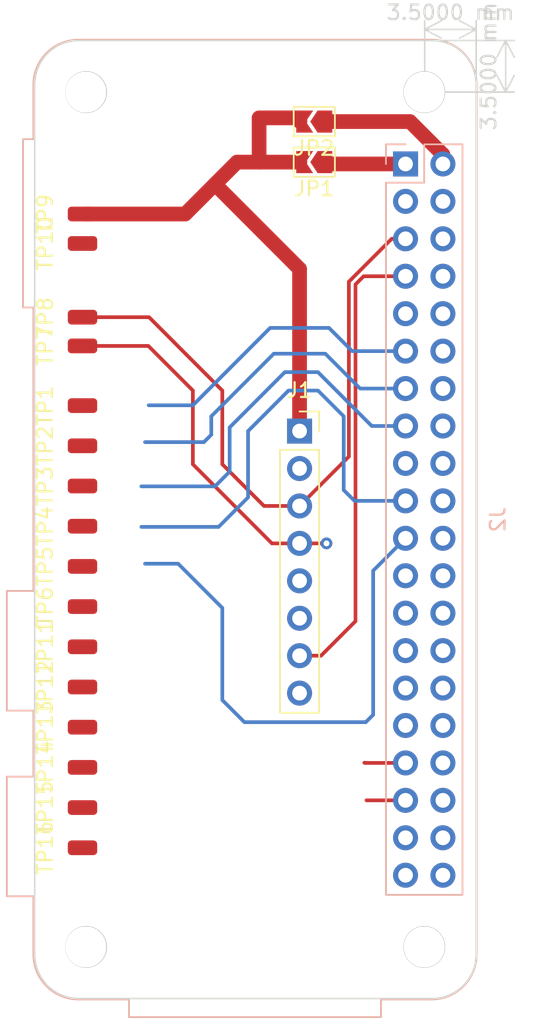
<source format=kicad_pcb>
(kicad_pcb (version 20211014) (generator pcbnew)
  (layers (0 "F.Cu" signal) (31 "B.Cu" signal) (34 "B.Paste" user) (35 "F.Paste" user) (36 "B.SilkS" user "B.Silkscreen") (37 "F.SilkS" user "F.Silkscreen") (38 "B.Mask" user) (39 "F.Mask" user) (44 "Edge.Cuts" user))
  (net 0 "")
  (net 1 "VCC")
  (net 2 "GND")
  (net 3 "/SCL")
  (net 4 "/SDA")
  (net 7 "/ACT_0")
  (net 8 "/INT_0")
  (net 9 "Net-(J2-Pad1)")
  (net 10 "Net-(J2-Pad2)")
  (net 14 "/ACT_2")
  (net 15 "/ACT_3")
  (net 18 "/ACT_4")
  (net 19 "/ACT_5")
  (net 21 "/ACT_6")
  (net 24 "/ACT_7")
  (net 26 "/ACT_8")
  (net 27 "/ACT_9")
  (net 29 "/ACT_10")
  (net 30 "/ACT_11")
  (net 32 "/ACT_12")
  (net 35 "/ACT_1")
  (footprint "Connector_Wire:SolderWirePad_1x01_SMD_1x2mm" (layer "F.Cu") (at 125.25 73.909088 90)
    (fp_text reference "TP6" (at 0 -2.54 90) (layer "F.SilkS"))
    (fp_text value "TestPoint")
    (pad "1" smd roundrect (at 0 0 90) (size 1 2) (layers "F.Cu" "F.Paste" "F.Mask") (net 21 "/ACT_6"))
  )
  (footprint "Connector_Wire:SolderWirePad_1x01_SMD_1x2mm" (layer "F.Cu") (at 125.25 90.272728 90)
    (fp_text reference "TP16" (at 0 -2.54 90) (layer "F.SilkS"))
    (fp_text value "TestPoint")
    (pad "1" smd roundrect (at 0 0 90) (size 1 2) (layers "F.Cu" "F.Paste" "F.Mask") (net 32 "/ACT_12"))
  )
  (footprint "Connector_Wire:SolderWirePad_1x01_SMD_1x2mm" (layer "F.Cu") (at 125.25 87.545448 90)
    (fp_text reference "TP15" (at 0 -2.54 90) (layer "F.SilkS"))
    (fp_text value "TestPoint")
    (pad "1" smd roundrect (at 0 0 90) (size 1 2) (layers "F.Cu" "F.Paste" "F.Mask") (net 30 "/ACT_11"))
  )
  (footprint "Connector_PinSocket_2.54mm:PinSocket_1x08_P2.54mm_Vertical" (layer "F.Cu") (at 140 62)
    (fp_text reference "J1" (at 0 -2.77) (layer "F.SilkS"))
    (fp_text value "Conn_01x08_Male")
    (fp_line (start 1.33 1.27) (end 1.33 19.11) (layer "F.SilkS") (width 0.12))
    (fp_line (start -1.33 19.11) (end 1.33 19.11) (layer "F.SilkS") (width 0.12))
    (fp_line (start -1.33 1.27) (end 1.33 1.27) (layer "F.SilkS") (width 0.12))
    (fp_line (start -1.33 1.27) (end -1.33 19.11) (layer "F.SilkS") (width 0.12))
    (fp_line (start 0 -1.33) (end 1.33 -1.33) (layer "F.SilkS") (width 0.12))
    (fp_line (start 1.33 -1.33) (end 1.33 0) (layer "F.SilkS") (width 0.12))
    (pad "1" thru_hole rect (at 0 0) (size 1.7 1.7) (drill 1) (layers *.Cu *.Mask) (net 1 "VCC"))
    (pad "2" thru_hole oval (at 0 2.54) (size 1.7 1.7) (drill 1) (layers *.Cu *.Mask) (net 2 "GND"))
    (pad "3" thru_hole oval (at 0 5.08) (size 1.7 1.7) (drill 1) (layers *.Cu *.Mask) (net 3 "/SCL"))
    (pad "4" thru_hole oval (at 0 7.62) (size 1.7 1.7) (drill 1) (layers *.Cu *.Mask) (net 4 "/SDA"))
    (pad "5" thru_hole oval (at 0 10.16) (size 1.7 1.7) (drill 1) (layers *.Cu *.Mask))
    (pad "6" thru_hole oval (at 0 12.7) (size 1.7 1.7) (drill 1) (layers *.Cu *.Mask))
    (pad "7" thru_hole oval (at 0 15.24) (size 1.7 1.7) (drill 1) (layers *.Cu *.Mask) (net 7 "/ACT_0"))
    (pad "8" thru_hole oval (at 0 17.78) (size 1.7 1.7) (drill 1) (layers *.Cu *.Mask) (net 8 "/INT_0"))
  )
  (footprint "Connector_Wire:SolderWirePad_1x01_SMD_1x2mm" (layer "F.Cu") (at 125.25 56.222728 90)
    (fp_text reference "TP7" (at 0 -2.54 90) (layer "F.SilkS"))
    (fp_text value "TestPoint")
    (pad "1" smd roundrect (at 0 0 90) (size 1 2) (layers "F.Cu" "F.Paste" "F.Mask") (net 4 "/SDA"))
  )
  (footprint "Connector_Wire:SolderWirePad_1x01_SMD_1x2mm" (layer "F.Cu") (at 125.25 60.272728 90)
    (fp_text reference "TP1" (at 0 -2.54 90) (layer "F.SilkS"))
    (fp_text value "TestPoint")
    (pad "1" smd roundrect (at 0 0 90) (size 1 2) (layers "F.Cu" "F.Paste" "F.Mask") (net 35 "/ACT_1"))
  )
  (footprint "Jumper:SolderJumper-2_P1.3mm_Open_TrianglePad1.0x1.5mm" (layer "F.Cu") (at 141 41 180)
    (fp_text reference "JP2" (at 0 -1.8) (layer "F.SilkS"))
    (fp_text value "SolderJumper_2_Open")
    (fp_line (start 1.4 1) (end -1.4 1) (layer "F.SilkS") (width 0.12))
    (fp_line (start -1.4 1) (end -1.4 -1) (layer "F.SilkS") (width 0.12))
    (fp_line (start -1.4 -1) (end 1.4 -1) (layer "F.SilkS") (width 0.12))
    (fp_line (start 1.4 -1) (end 1.4 1) (layer "F.SilkS") (width 0.12))
    (pad "1" smd custom (at -0.725 0 180) (size 0.3 0.3) (layers "F.Cu" "F.Mask") (net 10 "Net-(J2-Pad2)") (options (clearance outline) (anchor rect)) (primitives (gr_poly (pts (xy 1 0) (xy 0.5 0.75) (xy -0.5 0.75) (xy -0.5 -0.75) (xy 0.5 -0.75)) (width 0) (fill yes))))
    (pad "2" smd custom (at 0.725 0 180) (size 0.3 0.3) (layers "F.Cu" "F.Mask") (net 1 "VCC") (options (clearance outline) (anchor rect)) (primitives (gr_poly (pts (xy 0.5 0.75) (xy -0.65 0.75) (xy -0.15 0) (xy -0.65 -0.75) (xy 0.5 -0.75)) (width 0) (fill yes))))
  )
  (footprint "Jumper:SolderJumper-2_P1.3mm_Open_TrianglePad1.0x1.5mm" (layer "F.Cu") (at 141 43.75 180)
    (fp_text reference "JP1" (at 0 -1.8) (layer "F.SilkS"))
    (fp_text value "SolderJumper_2_Open")
    (fp_line (start -1.4 -1) (end 1.4 -1) (layer "F.SilkS") (width 0.12))
    (fp_line (start -1.4 1) (end -1.4 -1) (layer "F.SilkS") (width 0.12))
    (fp_line (start 1.4 -1) (end 1.4 1) (layer "F.SilkS") (width 0.12))
    (fp_line (start 1.4 1) (end -1.4 1) (layer "F.SilkS") (width 0.12))
    (pad "1" smd custom (at -0.725 0 180) (size 0.3 0.3) (layers "F.Cu" "F.Mask") (net 9 "Net-(J2-Pad1)") (options (clearance outline) (anchor rect)) (primitives (gr_poly (pts (xy 1 0) (xy 0.5 0.75) (xy -0.5 0.75) (xy -0.5 -0.75) (xy 0.5 -0.75)) (width 0) (fill yes))))
    (pad "2" smd custom (at 0.725 0 180) (size 0.3 0.3) (layers "F.Cu" "F.Mask") (net 1 "VCC") (options (clearance outline) (anchor rect)) (primitives (gr_poly (pts (xy 0.5 0.75) (xy -0.65 0.75) (xy -0.15 0) (xy -0.65 -0.75) (xy 0.5 -0.75)) (width 0) (fill yes))))
  )
  (footprint "Connector_Wire:SolderWirePad_1x01_SMD_1x2mm" (layer "F.Cu") (at 125.25 47.272728 90)
    (fp_text reference "TP9" (at 0 -2.54 90) (layer "F.SilkS"))
    (fp_text value "TestPoint")
    (pad "1" smd roundrect (at 0 0 90) (size 1 2) (layers "F.Cu" "F.Paste" "F.Mask") (net 1 "VCC"))
  )
  (footprint "Connector_Wire:SolderWirePad_1x01_SMD_1x2mm" (layer "F.Cu") (at 125.25 65.727272 90)
    (fp_text reference "TP3" (at 0 -2.54 90) (layer "F.SilkS"))
    (fp_text value "TestPoint")
    (pad "1" smd roundrect (at 0 0 90) (size 1 2) (layers "F.Cu" "F.Paste" "F.Mask") (net 15 "/ACT_3"))
  )
  (footprint "Connector_Wire:SolderWirePad_1x01_SMD_1x2mm" (layer "F.Cu") (at 125.25 79.363632 90)
    (fp_text reference "TP12" (at 0 -2.54 90) (layer "F.SilkS"))
    (fp_text value "TestPoint")
    (pad "1" smd roundrect (at 0 0 90) (size 1 2) (layers "F.Cu" "F.Paste" "F.Mask") (net 26 "/ACT_8"))
  )
  (footprint "Connector_Wire:SolderWirePad_1x01_SMD_1x2mm" (layer "F.Cu") (at 125.25 84.818176 90)
    (fp_text reference "TP14" (at 0 -2.54 90) (layer "F.SilkS"))
    (fp_text value "TestPoint")
    (pad "1" smd roundrect (at 0 0 90) (size 1 2) (layers "F.Cu" "F.Paste" "F.Mask") (net 29 "/ACT_10"))
  )
  (footprint "Connector_Wire:SolderWirePad_1x01_SMD_1x2mm" (layer "F.Cu") (at 125.25 54.272728 90)
    (fp_text reference "TP8" (at 0 -2.54 90) (layer "F.SilkS"))
    (fp_text value "TestPoint")
    (pad "1" smd roundrect (at 0 0 90) (size 1 2) (layers "F.Cu" "F.Paste" "F.Mask") (net 3 "/SCL"))
  )
  (footprint "Connector_Wire:SolderWirePad_1x01_SMD_1x2mm" (layer "F.Cu") (at 125.25 71.181816 90)
    (fp_text reference "TP5" (at 0 -2.54 90) (layer "F.SilkS"))
    (fp_text value "TestPoint")
    (pad "1" smd roundrect (at 0 0 90) (size 1 2) (layers "F.Cu" "F.Paste" "F.Mask") (net 19 "/ACT_5"))
  )
  (footprint "Connector_Wire:SolderWirePad_1x01_SMD_1x2mm" (layer "F.Cu") (at 125.25 63 90)
    (fp_text reference "TP2" (at 0 -2.54 90) (layer "F.SilkS"))
    (fp_text value "TestPoint")
    (pad "1" smd roundrect (at 0 0 90) (size 1 2) (layers "F.Cu" "F.Paste" "F.Mask") (net 14 "/ACT_2"))
  )
  (footprint "Connector_Wire:SolderWirePad_1x01_SMD_1x2mm" (layer "F.Cu") (at 125.25 49.272728 90)
    (fp_text reference "TP10" (at 0 -2.54 90) (layer "F.SilkS"))
    (fp_text value "TestPoint")
    (pad "1" smd roundrect (at 0 0 90) (size 1 2) (layers "F.Cu" "F.Paste" "F.Mask") (net 2 "GND"))
  )
  (footprint "Connector_Wire:SolderWirePad_1x01_SMD_1x2mm" (layer "F.Cu") (at 125.25 68.454544 90)
    (fp_text reference "TP4" (at 0 -2.54 90) (layer "F.SilkS"))
    (fp_text value "TestPoint")
    (pad "1" smd roundrect (at 0 0 90) (size 1 2) (layers "F.Cu" "F.Paste" "F.Mask") (net 18 "/ACT_4"))
  )
  (footprint "Connector_Wire:SolderWirePad_1x01_SMD_1x2mm" (layer "F.Cu") (at 125.25 82.090904 90)
    (fp_text reference "TP13" (at 0 -2.54 90) (layer "F.SilkS"))
    (fp_text value "TestPoint")
    (pad "1" smd roundrect (at 0 0 90) (size 1 2) (layers "F.Cu" "F.Paste" "F.Mask") (net 27 "/ACT_9"))
  )
  (footprint "Connector_Wire:SolderWirePad_1x01_SMD_1x2mm" (layer "F.Cu") (at 125.25 76.63636 90)
    (fp_text reference "TP11" (at 0 -2.54 90) (layer "F.SilkS"))
    (fp_text value "TestPoint")
    (pad "1" smd roundrect (at 0 0 90) (size 1 2) (layers "F.Cu" "F.Paste" "F.Mask") (net 24 "/ACT_7"))
  )
  (footprint "Module:Raspberry_Pi_Zero_Socketed_THT_FaceDown_MountingHoles" (layer "B.Cu") (at 147.2 43.875 180)
    (fp_text reference "J2" (at -6.27 -24.13 90) (layer "B.SilkS") (effects (justify mirror)))
    (fp_text value "Raspberry_Pi_2_3")
    (fp_line (start -3.87 1.33) (end -3.87 -49.59) (layer "B.SilkS") (width 0.12))
    (fp_line (start 1.33 -1.27) (end 1.33 -49.59) (layer "B.SilkS") (width 0.12))
    (fp_line (start 25.29 1.68) (end 25.29 5.37) (layer "B.SilkS") (width 0.12))
    (fp_line (start 27.09 -49.69) (end 27.09 -41.57) (layer "B.SilkS") (width 0.12))
    (fp_line (start -1.77 8.43) (end 22.23 8.43) (layer "B.SilkS") (width 0.12))
    (fp_line (start 25.99 1.68) (end 25.29 1.68) (layer "B.SilkS") (width 0.12))
    (fp_line (start 1.67 -57.89) (end 18.79 -57.89) (layer "B.SilkS") (width 0.12))
    (fp_line (start 25.29 -41.57) (end 25.29 -37.09) (layer "B.SilkS") (width 0.12))
    (fp_line (start 1.67 -56.69) (end -1.77 -56.69) (layer "B.SilkS") (width 0.12))
    (fp_line (start -1.27 -1.27) (end 1.33 -1.27) (layer "B.SilkS") (width 0.12))
    (fp_line (start 0 1.33) (end 1.33 1.33) (layer "B.SilkS") (width 0.12))
    (fp_line (start 25.99 -9.74) (end 25.99 1.68) (layer "B.SilkS") (width 0.12))
    (fp_line (start 25.29 -28.97) (end 25.29 -9.74) (layer "B.SilkS") (width 0.12))
    (fp_line (start 25.29 -49.69) (end 27.09 -49.69) (layer "B.SilkS") (width 0.12))
    (fp_line (start 27.09 -28.97) (end 25.29 -28.97) (layer "B.SilkS") (width 0.12))
    (fp_line (start -1.27 1.33) (end -1.27 -1.27) (layer "B.SilkS") (width 0.12))
    (fp_line (start 1.33 1.33) (end 1.33 0) (layer "B.SilkS") (width 0.12))
    (fp_line (start 25.29 -53.63) (end 25.29 -49.69) (layer "B.SilkS") (width 0.12))
    (fp_line (start 18.79 -56.69) (end 22.23 -56.69) (layer "B.SilkS") (width 0.12))
    (fp_line (start -3.87 1.33) (end -1.27 1.33) (layer "B.SilkS") (width 0.12))
    (fp_line (start 27.09 -41.57) (end 25.29 -41.57) (layer "B.SilkS") (width 0.12))
    (fp_line (start -4.83 -53.63) (end -4.83 5.37) (layer "B.SilkS") (width 0.12))
    (fp_line (start 18.79 -57.89) (end 18.79 -56.69) (layer "B.SilkS") (width 0.12))
    (fp_line (start 1.67 -56.69) (end 1.67 -57.89) (layer "B.SilkS") (width 0.12))
    (fp_line (start -3.87 -49.59) (end 1.33 -49.59) (layer "B.SilkS") (width 0.12))
    (fp_line (start 25.29 -37.09) (end 27.09 -37.09) (layer "B.SilkS") (width 0.12))
    (fp_line (start 27.09 -37.09) (end 27.09 -28.97) (layer "B.SilkS") (width 0.12))
    (fp_line (start 25.29 -9.74) (end 25.99 -9.74) (layer "B.SilkS") (width 0.12))
    (fp_arc (start -4.83 -53.63) (mid -3.933747 -55.793747) (end -1.77 -56.69) (layer "B.SilkS") (width 0.12))
    (fp_arc (start -1.77 8.43) (mid -3.933747 7.533747) (end -4.83 5.37) (layer "B.SilkS") (width 0.12))
    (fp_arc (start 25.29 5.37) (mid 24.393747 7.533747) (end 22.23 8.43) (layer "B.SilkS") (width 0.12))
    (fp_arc (start 22.23 -56.69) (mid 24.393747 -55.793747) (end 25.29 -53.63) (layer "B.SilkS") (width 0.12))
    (pad "" np_thru_hole circle (at 21.73 -53.13 90) (size 2.75 2.75) (drill 2.75) (layers *.Cu *.Mask))
    (pad "" np_thru_hole circle (at -1.27 4.87 90) (size 2.75 2.75) (drill 2.75) (layers *.Cu *.Mask))
    (pad "" np_thru_hole circle (at -1.27 -53.13 90) (size 2.75 2.75) (drill 2.75) (layers *.Cu *.Mask))
    (pad "" np_thru_hole circle (at 21.73 4.87 90) (size 2.75 2.75) (drill 2.75) (layers *.Cu *.Mask))
    (pad "1" thru_hole rect (at 0 0 180) (size 1.7 1.7) (drill 1) (layers *.Cu *.Mask) (net 9 "Net-(J2-Pad1)"))
    (pad "2" thru_hole oval (at -2.54 0 180) (size 1.7 1.7) (drill 1) (layers *.Cu *.Mask) (net 10 "Net-(J2-Pad2)"))
    (pad "3" thru_hole oval (at 0 -2.54 180) (size 1.7 1.7) (drill 1) (layers *.Cu *.Mask) (net 4 "/SDA"))
    (pad "4" thru_hole oval (at -2.54 -2.54 180) (size 1.7 1.7) (drill 1) (layers *.Cu *.Mask) (net 10 "Net-(J2-Pad2)"))
    (pad "5" thru_hole oval (at 0 -5.08 180) (size 1.7 1.7) (drill 1) (layers *.Cu *.Mask) (net 3 "/SCL"))
    (pad "6" thru_hole oval (at -2.54 -5.08 180) (size 1.7 1.7) (drill 1) (layers *.Cu *.Mask) (net 2 "GND"))
    (pad "7" thru_hole oval (at 0 -7.62 180) (size 1.7 1.7) (drill 1) (layers *.Cu *.Mask) (net 7 "/ACT_0"))
    (pad "8" thru_hole oval (at -2.54 -7.62 180) (size 1.7 1.7) (drill 1) (layers *.Cu *.Mask))
    (pad "9" thru_hole oval (at 0 -10.16 180) (size 1.7 1.7) (drill 1) (layers *.Cu *.Mask) (net 2 "GND"))
    (pad "10" thru_hole oval (at -2.54 -10.16 180) (size 1.7 1.7) (drill 1) (layers *.Cu *.Mask))
    (pad "11" thru_hole oval (at 0 -12.7 180) (size 1.7 1.7) (drill 1) (layers *.Cu *.Mask) (net 35 "/ACT_1"))
    (pad "12" thru_hole oval (at -2.54 -12.7 180) (size 1.7 1.7) (drill 1) (layers *.Cu *.Mask))
    (pad "13" thru_hole oval (at 0 -15.24 180) (size 1.7 1.7) (drill 1) (layers *.Cu *.Mask) (net 14 "/ACT_2"))
    (pad "14" thru_hole oval (at -2.54 -15.24 180) (size 1.7 1.7) (drill 1) (layers *.Cu *.Mask) (net 2 "GND"))
    (pad "15" thru_hole oval (at 0 -17.78 180) (size 1.7 1.7) (drill 1) (layers *.Cu *.Mask) (net 15 "/ACT_3"))
    (pad "16" thru_hole oval (at -2.54 -17.78 180) (size 1.7 1.7) (drill 1) (layers *.Cu *.Mask))
    (pad "17" thru_hole oval (at 0 -20.32 180) (size 1.7 1.7) (drill 1) (layers *.Cu *.Mask) (net 9 "Net-(J2-Pad1)"))
    (pad "18" thru_hole oval (at -2.54 -20.32 180) (size 1.7 1.7) (drill 1) (layers *.Cu *.Mask))
    (pad "19" thru_hole oval (at 0 -22.86 180) (size 1.7 1.7) (drill 1) (layers *.Cu *.Mask) (net 18 "/ACT_4"))
    (pad "20" thru_hole oval (at -2.54 -22.86 180) (size 1.7 1.7) (drill 1) (layers *.Cu *.Mask) (net 2 "GND"))
    (pad "21" thru_hole oval (at 0 -25.4 180) (size 1.7 1.7) (drill 1) (layers *.Cu *.Mask) (net 19 "/ACT_5"))
    (pad "22" thru_hole oval (at -2.54 -25.4 180) (size 1.7 1.7) (drill 1) (layers *.Cu *.Mask))
    (pad "23" thru_hole oval (at 0 -27.94 180) (size 1.7 1.7) (drill 1) (layers *.Cu *.Mask) (net 21 "/ACT_6"))
    (pad "24" thru_hole oval (at -2.54 -27.94 180) (size 1.7 1.7) (drill 1) (layers *.Cu *.Mask))
    (pad "25" thru_hole oval (at 0 -30.48 180) (size 1.7 1.7) (drill 1) (layers *.Cu *.Mask) (net 2 "GND"))
    (pad "26" thru_hole oval (at -2.54 -30.48 180) (size 1.7 1.7) (drill 1) (layers *.Cu *.Mask))
    (pad "27" thru_hole oval (at 0 -33.02 180) (size 1.7 1.7) (drill 1) (layers *.Cu *.Mask) (net 24 "/ACT_7"))
    (pad "28" thru_hole oval (at -2.54 -33.02 180) (size 1.7 1.7) (drill 1) (layers *.Cu *.Mask))
    (pad "29" thru_hole oval (at 0 -35.56 180) (size 1.7 1.7) (drill 1) (layers *.Cu *.Mask) (net 26 "/ACT_8"))
    (pad "30" thru_hole oval (at -2.54 -35.56 180) (size 1.7 1.7) (drill 1) (layers *.Cu *.Mask) (net 2 "GND"))
    (pad "31" thru_hole oval (at 0 -38.1 180) (size 1.7 1.7) (drill 1) (layers *.Cu *.Mask) (net 27 "/ACT_9"))
    (pad "32" thru_hole oval (at -2.54 -38.1 180) (size 1.7 1.7) (drill 1) (layers *.Cu *.Mask))
    (pad "33" thru_hole oval (at 0 -40.64 180) (size 1.7 1.7) (drill 1) (layers *.Cu *.Mask) (net 29 "/ACT_10"))
    (pad "34" thru_hole oval (at -2.54 -40.64 180) (size 1.7 1.7) (drill 1) (layers *.Cu *.Mask) (net 2 "GND"))
    (pad "35" thru_hole oval (at 0 -43.18 180) (size 1.7 1.7) (drill 1) (layers *.Cu *.Mask) (net 30 "/ACT_11"))
    (pad "36" thru_hole oval (at -2.54 -43.18 180) (size 1.7 1.7) (drill 1) (layers *.Cu *.Mask))
    (pad "37" thru_hole oval (at 0 -45.72 180) (size 1.7 1.7) (drill 1) (layers *.Cu *.Mask) (net 32 "/ACT_12"))
    (pad "38" thru_hole oval (at -2.54 -45.72 180) (size 1.7 1.7) (drill 1) (layers *.Cu *.Mask))
    (pad "39" thru_hole oval (at 0 -48.26 180) (size 1.7 1.7) (drill 1) (layers *.Cu *.Mask) (net 2 "GND"))
    (pad "40" thru_hole oval (at -2.54 -48.26 180) (size 1.7 1.7) (drill 1) (layers *.Cu *.Mask))
  )
  (gr_arc (start 125 100.5) (mid 122.87868 99.62132) (end 122 97.5) (layer "Edge.Cuts") (width 0.1))
  (gr_line (start 125 35.5) (end 149 35.5) (layer "Edge.Cuts") (width 0.1))
  (gr_line (start 152 97.5) (end 152 38.5) (layer "Edge.Cuts") (width 0.1))
  (gr_arc (start 149.000001 35.5) (mid 151.121321 36.37868) (end 152.000001 38.5) (layer "Edge.Cuts") (width 0.1))
  (gr_line (start 122 97.5) (end 122 38.5) (layer "Edge.Cuts") (width 0.1))
  (gr_circle (center 148.475 97) (end 149.85 97) (layer "Edge.Cuts") (width 0.1) (fill none))
  (gr_circle (center 125.5 97) (end 126.875 97) (layer "Edge.Cuts") (width 0.1) (fill none))
  (gr_circle (center 125.5 39) (end 126.875 39) (layer "Edge.Cuts") (width 0.1) (fill none))
  (gr_circle (center 148.475 39) (end 149.85 39) (layer "Edge.Cuts") (width 0.1) (fill none))
  (gr_arc (start 122 38.5) (mid 122.87868 36.37868) (end 125 35.5) (layer "Edge.Cuts") (width 0.1))
  (gr_arc (start 152 97.5) (mid 151.12132 99.62132) (end 149 100.5) (layer "Edge.Cuts") (width 0.1))
  (gr_line (start 125 100.5) (end 149 100.5) (layer "Edge.Cuts") (width 0.1))
  (dimension (type aligned) (layer "Edge.Cuts") (pts (xy 152 38.75) (xy 148.5 38.75)) (height 4) (gr_text "3.5000 mm" (at 150.25 33.6) (layer "Edge.Cuts") (effects (font (size 1 1) (thickness 0.15)))) (format (units 3) (units_format 1) (precision 4)) (style (thickness 0.1) (arrow_length 1.27) (text_position_mode 0) (extension_height 0.58642) (extension_offset 0.5) keep_text_aligned))
  (dimension (type aligned) (layer "Edge.Cuts") (pts (xy 148.25 35.5) (xy 148.25 39)) (height -5.75) (gr_text "3.5000 mm" (at 152.85 37.25 90) (layer "Edge.Cuts") (effects (font (size 1 1) (thickness 0.15)))) (format (units 3) (units_format 1) (precision 4)) (style (thickness 0.1) (arrow_length 1.27) (text_position_mode 0) (extension_height 0.58642) (extension_offset 0.5) keep_text_aligned))
  (segment (start 132.227272 47.272728) (end 134.25 45.25) (width 1) (layer "F.Cu") (net 1))
  (segment (start 140.02548 40.75048) (end 140.02548 41) (width 1) (layer "F.Cu") (net 1))
  (segment (start 134.25 45.25) (end 140 51) (width 1) (layer "F.Cu") (net 1))
  (segment (start 135.75 43.75) (end 137.25 43.75) (width 1) (layer "F.Cu") (net 1))
  (segment (start 134.25 45.25) (end 135.75 43.75) (width 1) (layer "F.Cu") (net 1))
  (segment (start 140.025 40.75) (end 140.02548 40.75048) (width 1) (layer "F.Cu") (net 1))
  (segment (start 125.25 47.272728) (end 132.227272 47.272728) (width 1) (layer "F.Cu") (net 1))
  (segment (start 137.25 40.75) (end 140.025 40.75) (width 1) (layer "F.Cu") (net 1))
  (segment (start 137.25 43.75) (end 140.02548 43.75) (width 1) (layer "F.Cu") (net 1))
  (segment (start 140 51) (end 140 62) (width 1) (layer "F.Cu") (net 1))
  (segment (start 137.25 43.75) (end 137.25 40.75) (width 1) (layer "F.Cu") (net 1))
  (segment (start 143.35048 51.863802) (end 146.259282 48.955) (width 0.25) (layer "F.Cu") (net 3))
  (segment (start 143.35048 63.72952) (end 143.35048 51.863802) (width 0.25) (layer "F.Cu") (net 3))
  (segment (start 146.259282 48.955) (end 147.2 48.955) (width 0.25) (layer "F.Cu") (net 3))
  (segment (start 140 67.08) (end 143.35048 63.72952) (width 0.25) (layer "F.Cu") (net 3))
  (segment (start 125.25 54.272728) (end 129.772728 54.272728) (width 0.25) (layer "F.Cu") (net 3))
  (segment (start 137.58 67.08) (end 140 67.08) (width 0.25) (layer "F.Cu") (net 3))
  (segment (start 134.75 59.25) (end 134.75 64.25) (width 0.25) (layer "F.Cu") (net 3))
  (segment (start 134.75 64.25) (end 137.58 67.08) (width 0.25) (layer "F.Cu") (net 3))
  (segment (start 129.772728 54.272728) (end 134.75 59.25) (width 0.25) (layer "F.Cu") (net 3))
  (segment (start 138.12 69.62) (end 140 69.62) (width 0.25) (layer "F.Cu") (net 4))
  (segment (start 132.75 59.25) (end 132.75 64.25) (width 0.25) (layer "F.Cu") (net 4))
  (segment (start 125.25 56.222728) (end 129.722728 56.222728) (width 0.25) (layer "F.Cu") (net 4))
  (segment (start 132.75 64.25) (end 138.12 69.62) (width 0.25) (layer "F.Cu") (net 4))
  (segment (start 129.722728 56.222728) (end 132.75 59.25) (width 0.25) (layer "F.Cu") (net 4))
  (segment (start 140 69.62) (end 141.83 69.62) (width 0.25) (layer "F.Cu") (net 4))
  (via (at 141.83 69.62) (size 0.8) (drill 0.4) (layers "F.Cu" "B.Cu") (net 4))
  (segment (start 140 77.24) (end 141.46 77.24) (width 0.25) (layer "F.Cu") (net 7))
  (segment (start 143.8 52.05) (end 144.355 51.495) (width 0.25) (layer "F.Cu") (net 7))
  (segment (start 144.355 51.495) (end 147.2 51.495) (width 0.25) (layer "F.Cu") (net 7))
  (segment (start 141.46 77.24) (end 143.8 74.9) (width 0.25) (layer "F.Cu") (net 7))
  (segment (start 143.8 74.9) (end 143.8 52.05) (width 0.25) (layer "F.Cu") (net 7))
  (segment (start 147.2 43.875) (end 141.85 43.875) (width 1) (layer "F.Cu") (net 9))
  (segment (start 141.85 43.875) (end 141.725 43.75) (width 0.25) (layer "F.Cu") (net 9))
  (segment (start 149.74 43.875) (end 149.74 43.24) (width 1) (layer "F.Cu") (net 10))
  (segment (start 147.5 41) (end 141.725 41) (width 1) (layer "F.Cu") (net 10))
  (segment (start 149.74 43.24) (end 147.5 41) (width 1) (layer "F.Cu") (net 10))
  (segment (start 142.25 57.25) (end 141.75 56.75) (width 0.25) (layer "B.Cu") (net 14))
  (segment (start 141.75 56.75) (end 138.25 56.75) (width 0.25) (layer "B.Cu") (net 14))
  (segment (start 147.2 59.115) (end 144.115 59.115) (width 0.25) (layer "B.Cu") (net 14))
  (segment (start 138.25 56.75) (end 134 61) (width 0.25) (layer "B.Cu") (net 14))
  (segment (start 134 62.25) (end 133.5 62.75) (width 0.25) (layer "B.Cu") (net 14))
  (segment (start 144.115 59.115) (end 142.25 57.25) (width 0.25) (layer "B.Cu") (net 14))
  (segment (start 134 61) (end 134 62.25) (width 0.25) (layer "B.Cu") (net 14))
  (segment (start 133.5 62.75) (end 129.5 62.75) (width 0.25) (layer "B.Cu") (net 14))
  (segment (start 135.25 64.75) (end 134.25 65.75) (width 0.25) (layer "B.Cu") (net 15))
  (segment (start 147.2 61.655) (end 144.905 61.655) (width 0.25) (layer "B.Cu") (net 15))
  (segment (start 139 58) (end 135.25 61.75) (width 0.25) (layer "B.Cu") (net 15))
  (segment (start 134.25 65.75) (end 129.25 65.75) (width 0.25) (layer "B.Cu") (net 15))
  (segment (start 144.905 61.655) (end 143.25 60) (width 0.25) (layer "B.Cu") (net 15))
  (segment (start 143.25 60) (end 141.25 58) (width 0.25) (layer "B.Cu") (net 15))
  (segment (start 135.25 61.75) (end 135.25 64.75) (width 0.25) (layer "B.Cu") (net 15))
  (segment (start 141.25 58) (end 139 58) (width 0.25) (layer "B.Cu") (net 15))
  (segment (start 147.2 66.735) (end 143.735 66.735) (width 0.25) (layer "B.Cu") (net 18))
  (segment (start 143 66) (end 143 61) (width 0.25) (layer "B.Cu") (net 18))
  (segment (start 143.735 66.735) (end 143 66) (width 0.25) (layer "B.Cu") (net 18))
  (segment (start 143 61) (end 141.25 59.25) (width 0.25) (layer "B.Cu") (net 18))
  (segment (start 141.25 59.25) (end 139.25 59.25) (width 0.25) (layer "B.Cu") (net 18))
  (segment (start 136.5 66.5) (end 134.5 68.5) (width 0.25) (layer "B.Cu") (net 18))
  (segment (start 139.25 59.25) (end 137.25 61.25) (width 0.25) (layer "B.Cu") (net 18))
  (segment (start 136.5 62) (end 136.5 66.5) (width 0.25) (layer "B.Cu") (net 18))
  (segment (start 137.25 61.25) (end 136.5 62) (width 0.25) (layer "B.Cu") (net 18))
  (segment (start 134.5 68.5) (end 129.25 68.5) (width 0.25) (layer "B.Cu") (net 18))
  (segment (start 145 71.475) (end 145 81.25) (width 0.25) (layer "B.Cu") (net 19))
  (segment (start 136.25 81.75) (end 134.75 80.25) (width 0.25) (layer "B.Cu") (net 19))
  (segment (start 145 81.25) (end 144.5 81.75) (width 0.25) (layer "B.Cu") (net 19))
  (segment (start 144.5 81.75) (end 136.25 81.75) (width 0.25) (layer "B.Cu") (net 19))
  (segment (start 147.2 69.275) (end 145 71.475) (width 0.25) (layer "B.Cu") (net 19))
  (segment (start 134.75 80.25) (end 134.75 74) (width 0.25) (layer "B.Cu") (net 19))
  (segment (start 131.75 71) (end 129.5 71) (width 0.25) (layer "B.Cu") (net 19))
  (segment (start 134.75 74) (end 131.75 71) (width 0.25) (layer "B.Cu") (net 19))
  (segment (start 147.2 84.515) (end 144.415 84.515) (width 0.25) (layer "F.Cu") (net 29))
  (segment (start 144.415 84.515) (end 144.4 84.5) (width 0.25) (layer "F.Cu") (net 29))
  (segment (start 147.2 87.055) (end 144.555 87.055) (width 0.25) (layer "F.Cu") (net 30))
  (segment (start 144.555 87.055) (end 144.55 87.05) (width 0.25) (layer "F.Cu") (net 30))
  (segment (start 147.2 56.575) (end 143.575 56.575) (width 0.25) (layer "B.Cu") (net 35))
  (segment (start 138.25 55) (end 138 55) (width 0.25) (layer "B.Cu") (net 35))
  (segment (start 132.75 60.25) (end 129.75 60.25) (width 0.25) (layer "B.Cu") (net 35))
  (segment (start 143 56) (end 142 55) (width 0.25) (layer "B.Cu") (net 35))
  (segment (start 142 55) (end 138.25 55) (width 0.25) (layer "B.Cu") (net 35))
  (segment (start 138 55) (end 132.75 60.25) (width 0.25) (layer "B.Cu") (net 35))
  (segment (start 143.575 56.575) (end 143 56) (width 0.25) (layer "B.Cu") (net 35))
)
</source>
